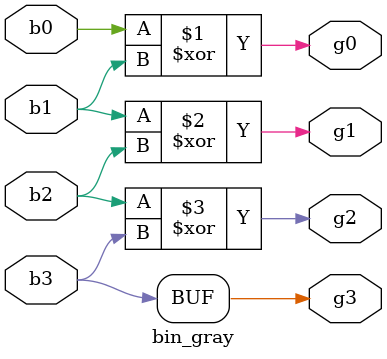
<source format=v>
`timescale 1ns / 1ps


module bin_gray(
input b3,b2,b1,b0,
output g3,g2,g1,g0
);

xor u1(g0, b0, b1);
xor u2(g1, b1, b2);
xor u3(g2, b2, b3);
assign g3=b3;
endmodule

</source>
